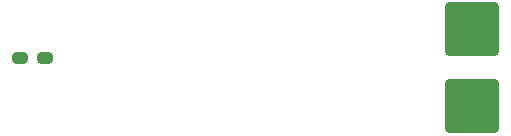
<source format=gbp>
G04 #@! TF.GenerationSoftware,KiCad,Pcbnew,7.0.9*
G04 #@! TF.CreationDate,2024-06-29T16:21:15+09:00*
G04 #@! TF.ProjectId,CAN_hab,43414e5f-6861-4622-9e6b-696361645f70,rev?*
G04 #@! TF.SameCoordinates,Original*
G04 #@! TF.FileFunction,Paste,Bot*
G04 #@! TF.FilePolarity,Positive*
%FSLAX46Y46*%
G04 Gerber Fmt 4.6, Leading zero omitted, Abs format (unit mm)*
G04 Created by KiCad (PCBNEW 7.0.9) date 2024-06-29 16:21:15*
%MOMM*%
%LPD*%
G01*
G04 APERTURE LIST*
G04 Aperture macros list*
%AMRoundRect*
0 Rectangle with rounded corners*
0 $1 Rounding radius*
0 $2 $3 $4 $5 $6 $7 $8 $9 X,Y pos of 4 corners*
0 Add a 4 corners polygon primitive as box body*
4,1,4,$2,$3,$4,$5,$6,$7,$8,$9,$2,$3,0*
0 Add four circle primitives for the rounded corners*
1,1,$1+$1,$2,$3*
1,1,$1+$1,$4,$5*
1,1,$1+$1,$6,$7*
1,1,$1+$1,$8,$9*
0 Add four rect primitives between the rounded corners*
20,1,$1+$1,$2,$3,$4,$5,0*
20,1,$1+$1,$4,$5,$6,$7,0*
20,1,$1+$1,$6,$7,$8,$9,0*
20,1,$1+$1,$8,$9,$2,$3,0*%
G04 Aperture macros list end*
%ADD10RoundRect,0.237500X-0.400000X-0.237500X0.400000X-0.237500X0.400000X0.237500X-0.400000X0.237500X0*%
%ADD11RoundRect,0.225000X2.025000X-2.025000X2.025000X2.025000X-2.025000X2.025000X-2.025000X-2.025000X0*%
G04 APERTURE END LIST*
D10*
X139240000Y-98439000D03*
X141365000Y-98439000D03*
D11*
X177548000Y-96011000D03*
X177548000Y-102511000D03*
M02*

</source>
